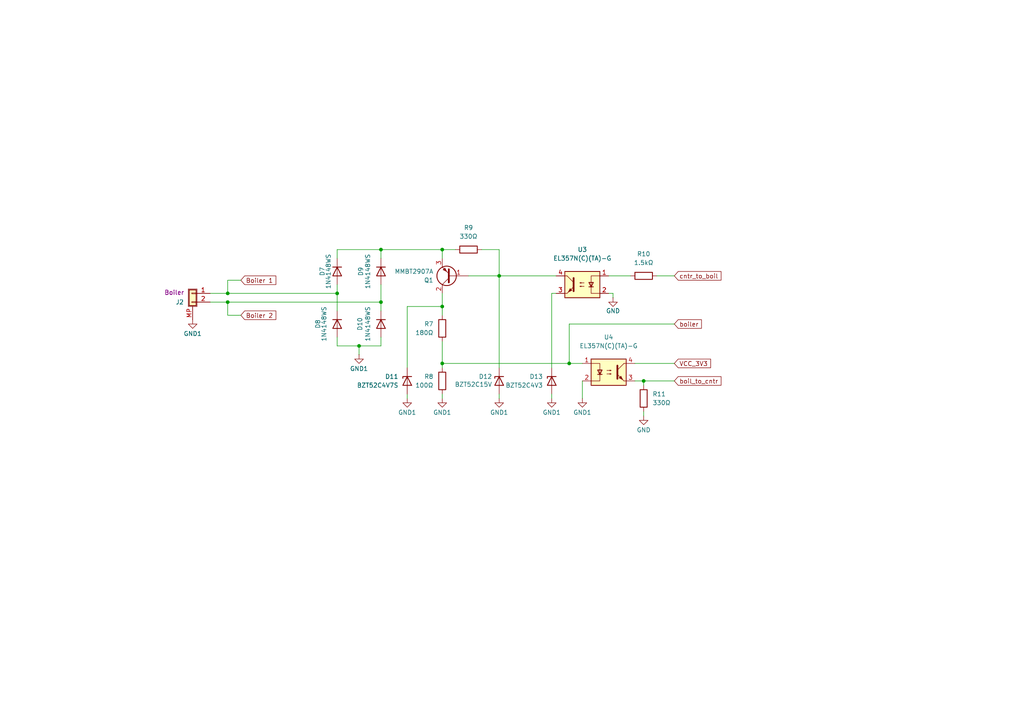
<source format=kicad_sch>
(kicad_sch (version 20231120) (generator "eeschema") (generator_version "8.0")
  (paper "A4")
  (lib_symbols
    (symbol "Connector_Generic_Shielded:Conn_01x02_Shielded" (pin_names (offset 1.016) hide)
      (property "Reference" "J2" (at 2.54 -2.5401 0))
      (property "Value" "Boiler" (at 2.54 -0.0001 0))
      (symbol "Conn_01x02_Shielded_1_1"
        (rectangle (start -1.27 1.27) (end 1.27 -3.81) (stroke (width 0.1524)))
        (rectangle (start -1.016 -2.413) (end 0.254 -2.667) (stroke (width 0.1524)))
        (rectangle (start -1.016 0.127) (end 0.254 -0.127) (stroke (width 0.1524)))
        (rectangle (start -1.016 1.016) (end 1.016 -3.556) (stroke (width 0.254)) (fill (type background)))
        (pin passive line (at -5.08 0 0) (length 4.064) (name "Pin_1") (number "1"))
        (pin passive line (at -5.08 -2.54 0) (length 4.064) (name "Pin_2") (number "2"))
        (pin passive line (at 0 -7.62 90) (length 3.81) (name "Shield") (number "MP"))
      )
    )
    (symbol "D_1" (pin_numbers hide) (pin_names (offset 1.016) hide)
      (property "Reference" "D" (at 0 2.54 0))
      (property "Value" "D" (at 0 -2.54 0))
      (symbol "D_1_0_1"
        (polyline (pts (xy -1.27 1.27) (xy -1.27 -1.27)) (stroke (width 0.254)))
        (polyline (pts (xy 1.27 0) (xy -1.27 0)))
        (polyline (pts (xy 1.27 1.27) (xy 1.27 -1.27) (xy -1.27 0) (xy 1.27 1.27)) (stroke (width 0.254)))
      )
      (symbol "D_1_1_1"
        (pin passive line (at -3.81 0 0) (length 2.54) (name "K") (number "1"))
        (pin passive line (at 3.81 0 180) (length 2.54) (name "A") (number "2"))
      )
    )
    (symbol "D_2" (pin_numbers hide) (pin_names (offset 1.016) hide)
      (property "Reference" "D" (at 0 2.54 0))
      (property "Value" "D" (at 0 -2.54 0))
      (symbol "D_2_0_1"
        (polyline (pts (xy -1.27 1.27) (xy -1.27 -1.27)) (stroke (width 0.254)))
        (polyline (pts (xy 1.27 0) (xy -1.27 0)))
        (polyline (pts (xy 1.27 1.27) (xy 1.27 -1.27) (xy -1.27 0) (xy 1.27 1.27)) (stroke (width 0.254)))
      )
      (symbol "D_2_1_1"
        (pin passive line (at -3.81 0 0) (length 2.54) (name "K") (number "1"))
        (pin passive line (at 3.81 0 180) (length 2.54) (name "A") (number "2"))
      )
    )
    (symbol "D_3" (pin_numbers hide) (pin_names (offset 1.016) hide)
      (property "Reference" "D" (at 0 2.54 0))
      (property "Value" "D" (at 0 -2.54 0))
      (symbol "D_3_0_1"
        (polyline (pts (xy -1.27 1.27) (xy -1.27 -1.27)) (stroke (width 0.254)))
        (polyline (pts (xy 1.27 0) (xy -1.27 0)))
        (polyline (pts (xy 1.27 1.27) (xy 1.27 -1.27) (xy -1.27 0) (xy 1.27 1.27)) (stroke (width 0.254)))
      )
      (symbol "D_3_1_1"
        (pin passive line (at -3.81 0 0) (length 2.54) (name "K") (number "1"))
        (pin passive line (at 3.81 0 180) (length 2.54) (name "A") (number "2"))
      )
    )
    (symbol "D_Zener_1" (pin_numbers hide) (pin_names (offset 1.016) hide)
      (property "Reference" "D" (at 0 2.54 0))
      (property "Value" "D_Zener" (at 0 -2.54 0))
      (symbol "D_Zener_1_0_1"
        (polyline (pts (xy 1.27 0) (xy -1.27 0)))
        (polyline (pts (xy -1.27 -1.27) (xy -1.27 1.27) (xy -0.762 1.27)) (stroke (width 0.254)))
        (polyline (pts (xy 1.27 -1.27) (xy 1.27 1.27) (xy -1.27 0) (xy 1.27 -1.27)) (stroke (width 0.254)))
      )
      (symbol "D_Zener_1_1_1"
        (pin passive line (at -3.81 0 0) (length 2.54) (name "K") (number "1"))
        (pin passive line (at 3.81 0 180) (length 2.54) (name "A") (number "2"))
      )
    )
    (symbol "D_Zener_2" (pin_numbers hide) (pin_names (offset 1.016) hide)
      (property "Reference" "D" (at 0 2.54 0))
      (property "Value" "D_Zener" (at 0 -2.54 0))
      (symbol "D_Zener_2_0_1"
        (polyline (pts (xy 1.27 0) (xy -1.27 0)))
        (polyline (pts (xy -1.27 -1.27) (xy -1.27 1.27) (xy -0.762 1.27)) (stroke (width 0.254)))
        (polyline (pts (xy 1.27 -1.27) (xy 1.27 1.27) (xy -1.27 0) (xy 1.27 -1.27)) (stroke (width 0.254)))
      )
      (symbol "D_Zener_2_1_1"
        (pin passive line (at -3.81 0 0) (length 2.54) (name "K") (number "1"))
        (pin passive line (at 3.81 0 180) (length 2.54) (name "A") (number "2"))
      )
    )
    (symbol "Device:D_Zener" (pin_numbers hide) (pin_names (offset 1.016) hide)
      (property "Reference" "D" (at 0 2.54 0))
      (property "Value" "D_Zener" (at 0 -2.54 0))
      (symbol "D_Zener_0_1"
        (polyline (pts (xy 1.27 0) (xy -1.27 0)))
        (polyline (pts (xy -1.27 -1.27) (xy -1.27 1.27) (xy -0.762 1.27)) (stroke (width 0.254)))
        (polyline (pts (xy 1.27 -1.27) (xy 1.27 1.27) (xy -1.27 0) (xy 1.27 -1.27)) (stroke (width 0.254)))
      )
      (symbol "D_Zener_1_1"
        (pin passive line (at -3.81 0 0) (length 2.54) (name "K") (number "1"))
        (pin passive line (at 3.81 0 180) (length 2.54) (name "A") (number "2"))
      )
    )
    (symbol "Device:Q_PNP_BCE" (pin_names (offset 0) hide)
      (property "Reference" "Q" (at 5.08 1.27 0))
      (property "Value" "Q_PNP_BCE" (at 5.08 -1.27 0))
      (symbol "Q_PNP_BCE_0_1"
        (polyline (pts (xy 0.635 0.635) (xy 2.54 2.54)))
        (polyline (pts (xy 0.635 -0.635) (xy 2.54 -2.54) (xy 2.54 -2.54)))
        (polyline (pts (xy 0.635 1.905) (xy 0.635 -1.905) (xy 0.635 -1.905)) (stroke (width 0.508)))
        (polyline (pts (xy 2.286 -1.778) (xy 1.778 -2.286) (xy 1.27 -1.27) (xy 2.286 -1.778) (xy 2.286 -1.778)) (fill (type outline)))
        (circle (center 1.27 0) (radius 2.8194) (stroke (width 0.254)))
      )
      (symbol "Q_PNP_BCE_1_1"
        (pin input line (at -5.08 0 0) (length 5.715) (name "B") (number "1"))
        (pin passive line (at 2.54 5.08 270) (length 2.54) (name "C") (number "2"))
        (pin passive line (at 2.54 -5.08 90) (length 2.54) (name "E") (number "3"))
      )
    )
    (symbol "Device:R" (pin_numbers hide) (pin_names (offset 0))
      (property "Reference" "R" (at 2.032 0 90))
      (property "Value" "R" (at 0 0 90))
      (symbol "R_0_1"
        (rectangle (start -1.016 -2.54) (end 1.016 2.54) (stroke (width 0.254)))
      )
      (symbol "R_1_1"
        (pin passive line (at 0 3.81 270) (length 1.27) (name "~") (number "1"))
        (pin passive line (at 0 -3.81 90) (length 1.27) (name "~") (number "2"))
      )
    )
    (symbol "Isolator:LTV-357T" (pin_names (offset 1.016))
      (property "Reference" "U" (at -5.334 4.826 0))
      (property "Value" "LTV-357T" (at 0 5.08 0))
      (symbol "LTV-357T_0_1"
        (rectangle (start -5.08 3.81) (end 5.08 -3.81) (stroke (width 0.254)) (fill (type background)))
        (polyline (pts (xy -3.175 -0.635) (xy -1.905 -0.635)) (stroke (width 0.254)))
        (polyline (pts (xy 2.54 0.635) (xy 4.445 2.54)))
        (polyline (pts (xy 4.445 -2.54) (xy 2.54 -0.635)) (fill (type outline)))
        (polyline (pts (xy 4.445 -2.54) (xy 5.08 -2.54)))
        (polyline (pts (xy 4.445 2.54) (xy 5.08 2.54)))
        (polyline (pts (xy -5.08 2.54) (xy -2.54 2.54) (xy -2.54 -0.762)))
        (polyline (pts (xy -2.54 -0.635) (xy -2.54 -2.54) (xy -5.08 -2.54)))
        (polyline (pts (xy 2.54 1.905) (xy 2.54 -1.905) (xy 2.54 -1.905)) (stroke (width 0.508)))
        (polyline (pts (xy -2.54 -0.635) (xy -3.175 0.635) (xy -1.905 0.635) (xy -2.54 -0.635)) (stroke (width 0.254)))
        (polyline (pts (xy -0.508 -0.508) (xy 0.762 -0.508) (xy 0.381 -0.635) (xy 0.381 -0.381) (xy 0.762 -0.508)))
        (polyline (pts (xy -0.508 0.508) (xy 0.762 0.508) (xy 0.381 0.381) (xy 0.381 0.635) (xy 0.762 0.508)))
        (polyline (pts (xy 3.048 -1.651) (xy 3.556 -1.143) (xy 4.064 -2.159) (xy 3.048 -1.651) (xy 3.048 -1.651)) (fill (type outline)))
      )
      (symbol "LTV-357T_1_1"
        (pin passive line (at -7.62 2.54 0) (length 2.54) (name "~") (number "1"))
        (pin passive line (at -7.62 -2.54 0) (length 2.54) (name "~") (number "2"))
        (pin passive line (at 7.62 -2.54 180) (length 2.54) (name "~") (number "3"))
        (pin passive line (at 7.62 2.54 180) (length 2.54) (name "~") (number "4"))
      )
    )
    (symbol "LTV-357T_1" (pin_names (offset 1.016))
      (property "Reference" "U3" (at 0 10.16 0))
      (property "Value" "EL357N-G" (at 0 7.62 0))
      (symbol "LTV-357T_1_0_1"
        (rectangle (start -5.08 3.81) (end 5.08 -3.81) (stroke (width 0.254)) (fill (type background)))
        (polyline (pts (xy -3.175 -0.635) (xy -1.905 -0.635)) (stroke (width 0.254)))
        (polyline (pts (xy 2.54 0.635) (xy 4.445 2.54)))
        (polyline (pts (xy 4.445 -2.54) (xy 2.54 -0.635)) (fill (type outline)))
        (polyline (pts (xy 4.445 -2.54) (xy 5.08 -2.54)))
        (polyline (pts (xy 4.445 2.54) (xy 5.08 2.54)))
        (polyline (pts (xy -5.08 2.54) (xy -2.54 2.54) (xy -2.54 -0.762)))
        (polyline (pts (xy -2.54 -0.635) (xy -2.54 -2.54) (xy -5.08 -2.54)))
        (polyline (pts (xy 2.54 1.905) (xy 2.54 -1.905) (xy 2.54 -1.905)) (stroke (width 0.508)))
        (polyline (pts (xy -2.54 -0.635) (xy -3.175 0.635) (xy -1.905 0.635) (xy -2.54 -0.635)) (stroke (width 0.254)))
        (polyline (pts (xy -0.508 -0.508) (xy 0.762 -0.508) (xy 0.381 -0.635) (xy 0.381 -0.381) (xy 0.762 -0.508)))
        (polyline (pts (xy -0.508 0.508) (xy 0.762 0.508) (xy 0.381 0.381) (xy 0.381 0.635) (xy 0.762 0.508)))
        (polyline (pts (xy 3.048 -1.651) (xy 3.556 -1.143) (xy 4.064 -2.159) (xy 3.048 -1.651) (xy 3.048 -1.651)) (fill (type outline)))
      )
      (symbol "LTV-357T_1_1_1"
        (pin passive line (at -7.62 2.54 0) (length 2.54) (name "~") (number "1"))
        (pin passive line (at -7.62 -2.54 0) (length 2.54) (name "~") (number "2"))
        (pin passive line (at 7.62 -2.54 180) (length 2.54) (name "~") (number "3"))
        (pin passive line (at 7.62 2.54 180) (length 2.54) (name "~") (number "4"))
      )
    )
    (symbol "Simulation_SPICE:D" (pin_numbers hide) (pin_names (offset 1.016) hide)
      (property "Reference" "D" (at 0 2.54 0))
      (property "Value" "D" (at 0 -2.54 0))
      (symbol "D_0_1"
        (polyline (pts (xy -1.27 1.27) (xy -1.27 -1.27)) (stroke (width 0.254)))
        (polyline (pts (xy 1.27 0) (xy -1.27 0)))
        (polyline (pts (xy 1.27 1.27) (xy 1.27 -1.27) (xy -1.27 0) (xy 1.27 1.27)) (stroke (width 0.254)))
      )
      (symbol "D_1_1"
        (pin passive line (at -3.81 0 0) (length 2.54) (name "K") (number "1"))
        (pin passive line (at 3.81 0 180) (length 2.54) (name "A") (number "2"))
      )
    )
    (symbol "power:GND" (power) (pin_numbers hide) (pin_names (offset 0) hide)
      (property "Value" "GND" (at 0 -3.81 0))
      (symbol "GND_0_1"
        (polyline (pts (xy 0 0) (xy 0 -1.27) (xy 1.27 -1.27) (xy 0 -2.54) (xy -1.27 -1.27) (xy 0 -1.27)))
      )
      (symbol "GND_1_1"
        (pin power_in line (at 0 0 270) (length 0) (name "~") (number "1"))
      )
    )
    (symbol "power:GND1" (power) (pin_numbers hide) (pin_names (offset 0) hide)
      (property "Value" "GND1" (at 0 -3.81 0))
      (symbol "GND1_0_1"
        (polyline (pts (xy 0 0) (xy 0 -1.27) (xy 1.27 -1.27) (xy 0 -2.54) (xy -1.27 -1.27) (xy 0 -1.27)))
      )
      (symbol "GND1_1_1"
        (pin power_in line (at 0 0 270) (length 0) (name "~") (number "1"))
      )
    )
  )
  (junction (at 128.27 72.39))
  (junction (at 186.69 110.49))
  (junction (at 66.04 85.09))
  (junction (at 104.14 100.33))
  (junction (at 66.04 87.63))
  (junction (at 128.27 105.41))
  (junction (at 128.27 88.9))
  (junction (at 97.79 85.09))
  (junction (at 144.78 80.01))
  (junction (at 110.49 87.63))
  (junction (at 110.49 72.39))
  (junction (at 165.1 105.41))
  (wire (pts (xy 144.78 114.3) (xy 144.78 115.57)))
  (wire (pts (xy 118.11 114.3) (xy 118.11 115.57)))
  (wire (pts (xy 97.79 74.93) (xy 97.79 72.39)))
  (wire (pts (xy 177.8 85.09) (xy 177.8 86.36)))
  (wire (pts (xy 69.85 81.28) (xy 66.04 81.28)))
  (wire (pts (xy 128.27 99.06) (xy 128.27 105.41)))
  (wire (pts (xy 60.96 85.09) (xy 66.04 85.09)))
  (wire (pts (xy 66.04 85.09) (xy 97.79 85.09)))
  (wire (pts (xy 165.1 93.98) (xy 165.1 105.41)))
  (wire (pts (xy 110.49 72.39) (xy 110.49 74.93)))
  (wire (pts (xy 144.78 80.01) (xy 161.29 80.01)))
  (wire (pts (xy 128.27 85.09) (xy 128.27 88.9)))
  (wire (pts (xy 97.79 82.55) (xy 97.79 85.09)))
  (wire (pts (xy 168.91 110.49) (xy 168.91 115.57)))
  (wire (pts (xy 97.79 85.09) (xy 97.79 90.17)))
  (wire (pts (xy 184.15 105.41) (xy 195.58 105.41)))
  (wire (pts (xy 104.14 100.33) (xy 97.79 100.33)))
  (wire (pts (xy 118.11 88.9) (xy 118.11 106.68)))
  (wire (pts (xy 128.27 88.9) (xy 128.27 91.44)))
  (wire (pts (xy 160.02 114.3) (xy 160.02 115.57)))
  (wire (pts (xy 66.04 81.28) (xy 66.04 85.09)))
  (wire (pts (xy 66.04 91.44) (xy 66.04 87.63)))
  (wire (pts (xy 186.69 110.49) (xy 186.69 111.76)))
  (wire (pts (xy 110.49 97.79) (xy 110.49 100.33)))
  (wire (pts (xy 144.78 80.01) (xy 144.78 106.68)))
  (wire (pts (xy 176.53 80.01) (xy 182.88 80.01)))
  (wire (pts (xy 128.27 72.39) (xy 128.27 74.93)))
  (wire (pts (xy 184.15 110.49) (xy 186.69 110.49)))
  (wire (pts (xy 195.58 93.98) (xy 165.1 93.98)))
  (wire (pts (xy 186.69 119.38) (xy 186.69 120.65)))
  (wire (pts (xy 104.14 100.33) (xy 104.14 102.87)))
  (wire (pts (xy 160.02 85.09) (xy 161.29 85.09)))
  (wire (pts (xy 190.5 80.01) (xy 195.58 80.01)))
  (wire (pts (xy 60.96 87.63) (xy 66.04 87.63)))
  (wire (pts (xy 186.69 110.49) (xy 195.58 110.49)))
  (wire (pts (xy 128.27 88.9) (xy 118.11 88.9)))
  (wire (pts (xy 165.1 105.41) (xy 168.91 105.41)))
  (wire (pts (xy 160.02 85.09) (xy 160.02 106.68)))
  (wire (pts (xy 97.79 72.39) (xy 110.49 72.39)))
  (wire (pts (xy 144.78 80.01) (xy 144.78 72.39)))
  (wire (pts (xy 110.49 82.55) (xy 110.49 87.63)))
  (wire (pts (xy 176.53 85.09) (xy 177.8 85.09)))
  (wire (pts (xy 128.27 114.3) (xy 128.27 115.57)))
  (wire (pts (xy 110.49 72.39) (xy 128.27 72.39)))
  (wire (pts (xy 128.27 105.41) (xy 128.27 106.68)))
  (wire (pts (xy 69.85 91.44) (xy 66.04 91.44)))
  (wire (pts (xy 66.04 87.63) (xy 110.49 87.63)))
  (wire (pts (xy 135.89 80.01) (xy 144.78 80.01)))
  (wire (pts (xy 110.49 100.33) (xy 104.14 100.33)))
  (wire (pts (xy 128.27 105.41) (xy 165.1 105.41)))
  (wire (pts (xy 132.08 72.39) (xy 128.27 72.39)))
  (wire (pts (xy 97.79 100.33) (xy 97.79 97.79)))
  (wire (pts (xy 110.49 87.63) (xy 110.49 90.17)))
  (wire (pts (xy 139.7 72.39) (xy 144.78 72.39)))
  (global_label "Boiler 2" (shape input) (at 69.85 91.44 0) (property "Intersheetrefs" "${INTERSHEET_REFS}" (effects (hide yes))))
  (global_label "Boiler 1" (shape input) (at 69.85 81.28 0) (property "Intersheetrefs" "${INTERSHEET_REFS}" (effects (hide yes))))
  (global_label "VCC_3V3" (shape input) (at 195.58 105.41 0) (property "Intersheetrefs" "${INTERSHEET_REFS}" (effects (hide yes))))
  (global_label "cntr_to_boil" (shape input) (at 195.58 80.01 0) (property "Intersheetrefs" "${INTERSHEET_REFS}" (effects (hide yes))))
  (global_label "boiler" (shape input) (at 195.58 93.98 0) (property "Intersheetrefs" "${INTERSHEET_REFS}" (effects (hide yes))))
  (global_label "boil_to_cntr" (shape input) (at 195.58 110.49 0) (property "Intersheetrefs" "${INTERSHEET_REFS}" (effects (hide yes))))
  (symbol (lib_id "power:GND1") (at 144.78 115.57 0) (unit 1)
    (property "Reference" "#PWR022" (effects (hide yes)))
    (property "Value" "GND1" (at 144.78 119.634 0))
    (property "Description" "Power symbol creates a global label with name \"GND1\" , ground" (effects (hide yes)))
  )
  (symbol (lib_name "D_Zener_2") (lib_id "Device:D_Zener") (at 144.78 110.49 90) (mirror x) (unit 1)
    (property "Reference" "D12" (at 142.748 109.22 90) (effects (justify left)))
    (property "Value" "BZT52C15V" (at 142.748 111.506 90) (effects (justify left)))
    (property "Footprint" "Diode_SMD:D_SOD-123" (effects (hide yes)))
    (property "Datasheet" "https://wmsc.lcsc.com/wmsc/upload/file/pdf/v2/lcsc/2308231545_DOWO-BZT52C15V_C5299435.pdf" (effects (hide yes)))
    (property "Description" "Independent Type 13.8V~15.6V 500mW 15V SOD-123  Zener Diodes ROHS" (effects (hide yes)))
    (property "Sim.Device" "D" (effects (hide yes)))
    (property "Sim.Pins" "1=K 2=A" (effects (hide yes)))
    (property "Sim.Params" "bv=15" (effects (hide yes)))
    (property "LCSC Part # " "C5299435" (effects (hide yes)))
  )
  (symbol (lib_id "Device:R") (at 128.27 110.49 0) (mirror y) (unit 1)
    (property "Reference" "R8" (at 125.73 109.2199 0) (effects (justify left)))
    (property "Value" "100Ω" (at 125.73 111.7599 0) (effects (justify left)))
    (property "Footprint" "Resistor_SMD:R_0805_2012Metric" (effects (hide yes)))
    (property "Description" "125mW Thick Film Resistors 150V ±100ppm/℃ ±1% 100Ω 0805 Chip Resistor - Surface Mount ROHS" (effects (hide yes)))
    (property "LCSC Part # " "C17408" (effects (hide yes)))
  )
  (symbol (lib_id "power:GND1") (at 55.88 92.71 0) (unit 1)
    (property "Reference" "#PWR035" (effects (hide yes)))
    (property "Value" "GND1" (at 55.88 96.774 0))
    (property "Description" "Power symbol creates a global label with name \"GND1\" , ground" (effects (hide yes)))
  )
  (symbol (lib_id "Isolator:LTV-357T") (at 176.53 107.95 0) (unit 1)
    (property "Reference" "U4" (at 176.53 97.79 0))
    (property "Value" "EL357N(C)(TA)-G" (at 176.53 100.33 0))
    (property "Footprint" "Package_SO:SO-4_4.4x3.6mm_P2.54mm" (effects (hide yes)))
    (property "Datasheet" "https://www.buerklin.com/medias/sys_master/download/download/h91/ha0/8892020588574.pdf" (effects (hide yes)))
    (property "Description" "DC Optocoupler, Vce 35V, CTR 50%, SO-4" (effects (hide yes)))
    (property "LCSC Part # " "C29981" (effects (hide yes)))
  )
  (symbol (lib_name "D_1") (lib_id "Simulation_SPICE:D") (at 97.79 78.74 270) (unit 1)
    (property "Reference" "D7" (at 93.472 78.74 0))
    (property "Value" "1N4148WS" (at 95.25 78.74 0))
    (property "Footprint" "Diode_SMD:D_SOD-323" (effects (hide yes)))
    (property "Datasheet" "https://www.lcsc.com/datasheet/lcsc_datasheet_1810101110_Jiangsu-Changjing-Electronics-Technology-Co---Ltd--1N4148WS_C2128.pdf" (effects (hide yes)))
    (property "Description" "100V Independent Type 1.25V@150mA 4ns 150mA SOD-323 Switching Diodes ROHS" (effects (hide yes)))
    (property "Sim.Device" "D" (effects (hide yes)))
    (property "Sim.Pins" "1=K 2=A" (effects (hide yes)))
    (property "Sim.Params" "m=0.33 is=1e-14 rs=0.5 n=1.06 tt=5n cjo=1e-12 vj=0.75 fc=0.5" (effects (hide yes)))
    (property "LCSC Part # " "C2128" (effects (hide yes)))
  )
  (symbol (lib_id "power:GND1") (at 128.27 115.57 0) (unit 1)
    (property "Reference" "#PWR021" (effects (hide yes)))
    (property "Value" "GND1" (at 128.27 119.634 0))
    (property "Description" "Power symbol creates a global label with name \"GND1\" , ground" (effects (hide yes)))
  )
  (symbol (lib_name "LTV-357T_1") (lib_id "Isolator:LTV-357T") (at 168.91 82.55 0) (mirror y) (unit 1)
    (property "Reference" "U3" (at 168.91 72.39 0))
    (property "Value" "EL357N(C)(TA)-G" (at 168.91 74.93 0))
    (property "Footprint" "Package_SO:SO-4_4.4x3.6mm_P2.54mm" (effects (hide yes)))
    (property "Datasheet" "https://www.lcsc.com/datasheet/lcsc_datasheet_1810271030_Everlight-Elec-EL357N-C-TA-G_C29981.pdf" (effects (hide yes)))
    (property "Description" "80V 3.75kV 50mA 100mV@1mA,20mA 1 6V 1.2V DC SOP-4-2.54mm Transistor, Photovoltaic Output Optoisolators ROHS" (effects (hide yes)))
    (property "LCSC Part # " "C29981" (effects (hide yes)))
  )
  (symbol (lib_id "Device:Q_PNP_BCE") (at 130.81 80.01 180) (unit 1)
    (property "Reference" "Q1" (at 125.73 81.2801 0) (effects (justify left)))
    (property "Value" "MMBT2907A" (at 125.73 78.7401 0) (effects (justify left)))
    (property "Footprint" "Package_TO_SOT_SMD:SOT-23" (effects (hide yes)))
    (property "Datasheet" "https://www.lcsc.com/datasheet/lcsc_datasheet_2306301522_JSMSEMI-MMBT2907A_C916373.pdf" (effects (hide yes)))
    (property "Description" "PNP transistor, base/collector/emitter" (effects (hide yes)))
    (property "Sim.Device" "PNP" (effects (hide yes)))
    (property "Sim.Type" "GUMMELPOON" (effects (hide yes)))
    (property "Sim.Pins" "1=B 2=C 3=E" (effects (hide yes)))
    (property "Sim.Params" "is=1.7E-14 bf=240 nf=1 vaf=100 ikf=0.2 ise=1E-13 ne=2 br=7 nr=1 var=10 ikr=0.03 isc=1E-13 nc=2 rb=10 re=0.5 rc=1 cje=13.5p vje=0.6 mje=0.33 tf=0.35n cjc=6.5p vjc=0.5 mjc=0.4 tr=30n xtb=1.5 eg=1.11 kf=0 af=1" (effects (hide yes)))
    (property "LCSC Part # " "C916373" (effects (hide yes)))
  )
  (symbol (lib_name "D_3") (lib_id "Simulation_SPICE:D") (at 97.79 93.98 270) (unit 1)
    (property "Reference" "D8" (at 92.202 93.98 0))
    (property "Value" "1N4148WS" (at 93.98 93.98 0))
    (property "Footprint" "Diode_SMD:D_SOD-323" (effects (hide yes)))
    (property "Datasheet" "https://www.lcsc.com/datasheet/lcsc_datasheet_1810101110_Jiangsu-Changjing-Electronics-Technology-Co---Ltd--1N4148WS_C2128.pdf" (effects (hide yes)))
    (property "Description" "100V Independent Type 1.25V@150mA 4ns 150mA SOD-323 Switching Diodes ROHS" (effects (hide yes)))
    (property "Sim.Device" "D" (effects (hide yes)))
    (property "Sim.Pins" "1=K 2=A" (effects (hide yes)))
    (property "Sim.Params" "m=0.33 is=1e-14 rs=0.5 n=1.06 tt=5n cjo=1e-12 vj=0.75 fc=0.5" (effects (hide yes)))
    (property "LCSC Part # " "C2128" (effects (hide yes)))
  )
  (symbol (lib_name "D_2") (lib_id "Simulation_SPICE:D") (at 110.49 78.74 270) (unit 1)
    (property "Reference" "D9" (at 104.648 78.74 0))
    (property "Value" "1N4148WS" (at 106.68 78.74 0))
    (property "Footprint" "Diode_SMD:D_SOD-323" (effects (hide yes)))
    (property "Datasheet" "https://www.lcsc.com/datasheet/lcsc_datasheet_1810101110_Jiangsu-Changjing-Electronics-Technology-Co---Ltd--1N4148WS_C2128.pdf" (effects (hide yes)))
    (property "Description" "100V Independent Type 1.25V@150mA 4ns 150mA SOD-323 Switching Diodes ROHS" (effects (hide yes)))
    (property "Sim.Device" "D" (effects (hide yes)))
    (property "Sim.Pins" "1=K 2=A" (effects (hide yes)))
    (property "Sim.Params" "m=0.33 is=1e-14 rs=0.5 n=1.06 tt=5n cjo=1e-12 vj=0.75 fc=0.5" (effects (hide yes)))
    (property "LCSC Part # " "C2128" (effects (hide yes)))
  )
  (symbol (lib_id "Device:R") (at 186.69 80.01 270) (unit 1)
    (property "Reference" "R10" (at 186.69 73.66 90))
    (property "Value" "1.5kΩ" (at 186.69 76.2 90))
    (property "Footprint" "Diode_SMD:D_0805_2012Metric" (effects (hide yes)))
    (property "Description" "125mW Thick Film Resistors 150V ±100ppm/℃ ±1% 1.5kΩ 0805 Chip Resistor - Surface Mount ROHS" (effects (hide yes)))
    (property "LCSC Part # " "C4310" (effects (hide yes)))
  )
  (symbol (lib_id "power:GND") (at 177.8 86.36 0) (unit 1)
    (property "Reference" "#PWR025" (effects (hide yes)))
    (property "Value" "GND" (at 177.8 90.17 0))
    (property "Description" "Power symbol creates a global label with name \"GND\" , ground" (effects (hide yes)))
  )
  (symbol (lib_id "Device:R") (at 128.27 95.25 0) (mirror y) (unit 1)
    (property "Reference" "R7" (at 125.73 93.9799 0) (effects (justify left)))
    (property "Value" "180Ω" (at 125.73 96.5199 0) (effects (justify left)))
    (property "Footprint" "Resistor_SMD:R_0805_2012Metric" (effects (hide yes)))
    (property "Description" "125mW Thick Film Resistors 150V ±100ppm/℃ ±1% 180Ω 0805 Chip Resistor - Surface Mount ROHS" (effects (hide yes)))
    (property "LCSC Part # " "C25270" (effects (hide yes)))
  )
  (symbol (lib_id "Simulation_SPICE:D") (at 110.49 93.98 270) (unit 1)
    (property "Reference" "D10" (at 104.394 93.98 0))
    (property "Value" "1N4148WS" (at 106.68 93.98 0))
    (property "Footprint" "Diode_SMD:D_SOD-323" (effects (hide yes)))
    (property "Datasheet" "https://www.lcsc.com/datasheet/lcsc_datasheet_1810101110_Jiangsu-Changjing-Electronics-Technology-Co---Ltd--1N4148WS_C2128.pdf" (effects (hide yes)))
    (property "Description" "100V Independent Type 1.25V@150mA 4ns 150mA SOD-323 Switching Diodes ROHS" (effects (hide yes)))
    (property "Sim.Device" "D" (effects (hide yes)))
    (property "Sim.Pins" "1=K 2=A" (effects (hide yes)))
    (property "Sim.Params" "m=0.33 is=1e-14 rs=0.5 n=1.06 tt=5n cjo=1e-12 vj=0.75 fc=0.5" (effects (hide yes)))
    (property "LCSC Part # " "C2128" (effects (hide yes)))
  )
  (symbol (lib_id "power:GND1") (at 160.02 115.57 0) (unit 1)
    (property "Reference" "#PWR023" (effects (hide yes)))
    (property "Value" "GND1" (at 160.02 119.634 0))
    (property "Description" "Power symbol creates a global label with name \"GND1\" , ground" (effects (hide yes)))
  )
  (symbol (lib_name "D_Zener_1") (lib_id "Device:D_Zener") (at 160.02 110.49 90) (mirror x) (unit 1)
    (property "Reference" "D13" (at 157.48 109.2199 90) (effects (justify left)))
    (property "Value" "BZT52C4V3" (at 157.48 111.7599 90) (effects (justify left)))
    (property "Footprint" "Diode_SMD:D_SOD-123" (effects (hide yes)))
    (property "Datasheet" "https://www.lcsc.com/datasheet/lcsc_datasheet_2304140030_TWGMC-BZT52C4V3_C726993.pdf" (effects (hide yes)))
    (property "Description" "500mW 4.3V SOD-123 Zener Diodes ROHS" (effects (hide yes)))
    (property "Sim.Device" "D" (effects (hide yes)))
    (property "Sim.Pins" "1=K 2=A" (effects (hide yes)))
    (property "Sim.Params" "bv=4.3" (effects (hide yes)))
    (property "LCSC Part # " "C726993" (effects (hide yes)))
  )
  (symbol (lib_id "power:GND1") (at 104.14 102.87 0) (unit 1)
    (property "Reference" "#PWR019" (effects (hide yes)))
    (property "Value" "GND1" (at 104.14 106.934 0))
    (property "Description" "Power symbol creates a global label with name \"GND1\" , ground" (effects (hide yes)))
  )
  (symbol (lib_id "Device:R") (at 135.89 72.39 270) (unit 1)
    (property "Reference" "R9" (at 135.89 66.04 90))
    (property "Value" "330Ω" (at 135.89 68.58 90))
    (property "Footprint" "Resistor_SMD:R_0805_2012Metric" (effects (hide yes)))
    (property "Description" "125mW Thick Film Resistors 150V ±100ppm/℃ ±1% 330Ω 0805 Chip Resistor - Surface Mount ROHS" (effects (hide yes)))
    (property "LCSC Part # " "C17630" (effects (hide yes)))
  )
  (symbol (lib_id "Device:R") (at 186.69 115.57 0) (unit 1)
    (property "Reference" "R11" (at 189.23 114.2999 0) (effects (justify left)))
    (property "Value" "330Ω" (at 189.23 116.8399 0) (effects (justify left)))
    (property "Footprint" "Resistor_SMD:R_0805_2012Metric" (effects (hide yes)))
    (property "Description" "125mW Thick Film Resistors 150V ±100ppm/℃ ±1% 330Ω 0805 Chip Resistor - Surface Mount ROHS" (effects (hide yes)))
    (property "LCSC Part # " "C17630" (effects (hide yes)))
  )
  (symbol (lib_id "power:GND") (at 186.69 120.65 0) (unit 1)
    (property "Reference" "#PWR026" (effects (hide yes)))
    (property "Value" "GND" (at 186.69 124.714 0))
    (property "Description" "Power symbol creates a global label with name \"GND\" , ground" (effects (hide yes)))
  )
  (symbol (lib_id "power:GND1") (at 118.11 115.57 0) (unit 1)
    (property "Reference" "#PWR020" (effects (hide yes)))
    (property "Value" "GND1" (at 118.11 119.634 0))
    (property "Description" "Power symbol creates a global label with name \"GND1\" , ground" (effects (hide yes)))
  )
  (symbol (lib_id "Device:D_Zener") (at 118.11 110.49 90) (mirror x) (unit 1)
    (property "Reference" "D11" (at 115.57 109.2199 90) (effects (justify left)))
    (property "Value" "BZT52C4V7S" (at 115.57 111.7599 90) (effects (justify left)))
    (property "Footprint" "Diode_SMD:D_SOD-323" (effects (hide yes)))
    (property "Datasheet" "https://wmsc.lcsc.com/wmsc/upload/file/pdf/v2/lcsc/2210111800_Guangdong-Hottech-BZT52C4V7S_C5190168.pdf" (effects (hide yes)))
    (property "Description" "500mW 4.7V SOD-323 Zener Diodes ROHS" (effects (hide yes)))
    (property "Sim.Device" "D" (effects (hide yes)))
    (property "Sim.Pins" "1=K 2=A" (effects (hide yes)))
    (property "Sim.Params" "m=0.33 is=5.0e-10 rs=0.5 n=1.05 tt=1n cjo=50p vj=0.75 fc=0.5 bv=4.7 ibv=5m" (effects (hide yes)))
    (property "LCSC Part # " "C5190168" (effects (hide yes)))
  )
  (symbol (lib_id "Connector_Generic_Shielded:Conn_01x02_Shielded") (at 55.88 85.09 0) (mirror y) (unit 1)
    (property "Reference" "J2" (at 53.34 87.6301 0) (effects (justify left)))
    (property "Value" "SM02B-SRSS-TB(LF)(SN)" (effects (hide yes)))
    (property "Footprint" "Connector_JST:JST_SH_SM02B-SRSS-TB_1x02-1MP_P1.00mm_Horizontal" (effects (hide yes)))
    (property "Description" "Generic shielded connector, single row, 01x02, script generated (kicad-library-utils/schlib/autogen/connector/)" (effects (hide yes)))
    (property "LCSC Part # " "C160402" (effects (hide yes)))
    (property "Comment" "Boiler" (at 50.546 84.836 0))
  )
  (symbol (lib_id "power:GND1") (at 168.91 115.57 0) (unit 1)
    (property "Reference" "#PWR024" (effects (hide yes)))
    (property "Value" "GND1" (at 168.91 119.634 0))
    (property "Description" "Power symbol creates a global label with name \"GND1\" , ground" (effects (hide yes)))
  )
)
</source>
